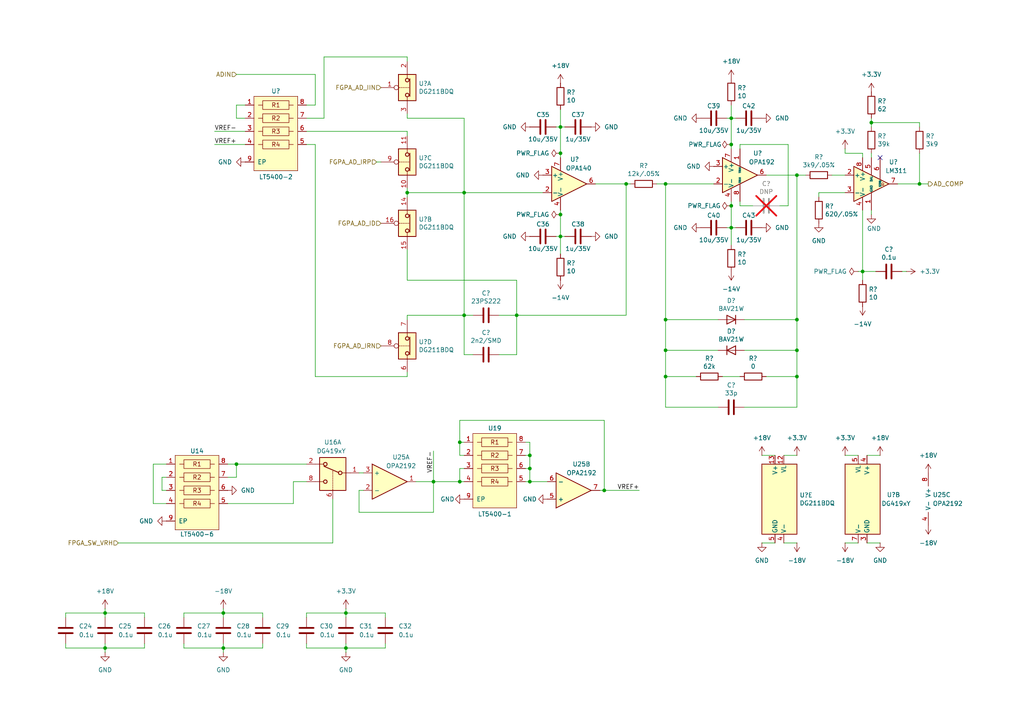
<source format=kicad_sch>
(kicad_sch (version 20250114) (generator "eeschema") (generator_version "9.0")
  (paper "A4")
  (title_block (title "ADC") (date "2020-03-07") (rev "1.00"))
  (lib_symbols
    (symbol "ADC_TEST:DG211" (pin_names (offset 0.254))
      (property "Reference" "U" (at -0.635 5.334 0))
      (property "Value" "DG211" (at -3.175 3.81 0))
      (symbol "DG211_1_1"
        (pin passive line (at -7.62 0 0) (length 2.54) (name "~") (number "2"))
        (pin input inverted (at 0 -7.62 90) (length 5.08) (name "~") (number "1"))
        (pin passive line (at 7.62 0 180) (length 2.54) (name "~") (number "3"))
      )
      (symbol "DG211_2_1"
        (pin passive line (at -7.62 0 0) (length 2.54) (name "~") (number "14"))
        (pin input inverted (at 0 -7.62 90) (length 5.08) (name "~") (number "16"))
        (pin passive line (at 7.62 0 180) (length 2.54) (name "~") (number "15"))
      )
      (symbol "DG211_3_1"
        (pin passive line (at -7.62 0 0) (length 2.54) (name "~") (number "11"))
        (pin input inverted (at 0 -7.62 90) (length 5.08) (name "~") (number "9"))
        (pin passive line (at 7.62 0 180) (length 2.54) (name "~") (number "10"))
      )
      (symbol "DG211_4_1"
        (pin passive line (at -7.62 0 0) (length 2.54) (name "~") (number "7"))
        (pin input inverted (at 0 -7.62 90) (length 5.08) (name "~") (number "8"))
        (pin passive line (at 7.62 0 180) (length 2.54) (name "~") (number "6"))
      )
      (symbol "DG211_5_0"
        (pin power_in line (at 0 12.7 270) (length 2.54) (name "V+") (number "13"))
        (pin power_in line (at 0 -12.7 90) (length 2.54) (name "GND") (number "5"))
        (pin power_in line (at 2.54 -12.7 90) (length 2.54) (name "V-") (number "4"))
      )
      (symbol "DG211_5_1"
        (pin passive line (at 2.54 12.7 270) (length 2.54) (name "VL") (number "12"))
      )
    )
    (symbol "ADC_TEST:LT5400-100k-100k" (pin_names (offset 1.016))
      (property "Reference" "U" (at 0 13.97 0))
      (property "Value" "LT5400-100k-100k" (at 0 11.43 0))
      (symbol "LT5400-100k-100k_0_0"
        (text "R4" (at 0 -3.81 0) (effects (font (size 1.27 1.27))))
      )
      (symbol "LT5400-100k-100k_1_1"
        (text "R1" (at 0 7.62 0) (effects (font (size 1.27 1.27))))
        (text "R2" (at 0 3.81 0) (effects (font (size 1.27 1.27))))
        (text "R3" (at 0 0 0) (effects (font (size 1.27 1.27))))
        (pin passive line (at -8.89 7.62 0) (length 2.54) (name "~") (number "1"))
        (pin passive line (at -8.89 3.81 0) (length 2.54) (name "~") (number "2"))
        (pin passive line (at -8.89 0 0) (length 2.54) (name "~") (number "3"))
        (pin passive line (at -8.89 -3.81 0) (length 2.54) (name "~") (number "4"))
        (pin passive line (at -8.89 -8.89 0) (length 2.54) (name "EP") (number "9"))
        (pin passive line (at 8.89 7.62 180) (length 2.54) (name "~") (number "8"))
        (pin passive line (at 8.89 3.81 180) (length 2.54) (name "~") (number "7"))
        (pin passive line (at 8.89 0 180) (length 2.54) (name "~") (number "6"))
        (pin passive line (at 8.89 -3.81 180) (length 2.54) (name "~") (number "5"))
      )
    )
    (symbol "ADC_TEST:LT5400-10k-10k" (pin_names (offset 1.016))
      (property "Reference" "U" (at 0 13.97 0))
      (property "Value" "LT5400-10k-10k" (at 0 11.43 0))
      (symbol "LT5400-10k-10k_0_0"
        (text "R4" (at 0 -3.81 0) (effects (font (size 1.27 1.27))))
      )
      (symbol "LT5400-10k-10k_1_1"
        (text "R1" (at 0 7.62 0) (effects (font (size 1.27 1.27))))
        (text "R2" (at 0 3.81 0) (effects (font (size 1.27 1.27))))
        (text "R3" (at 0 0 0) (effects (font (size 1.27 1.27))))
        (pin passive line (at -8.89 7.62 0) (length 2.54) (name "~") (number "1"))
        (pin passive line (at -8.89 3.81 0) (length 2.54) (name "~") (number "2"))
        (pin passive line (at -8.89 0 0) (length 2.54) (name "~") (number "3"))
        (pin passive line (at -8.89 -3.81 0) (length 2.54) (name "~") (number "4"))
        (pin passive line (at -8.89 -8.89 0) (length 2.54) (name "EP") (number "9"))
        (pin passive line (at 8.89 7.62 180) (length 2.54) (name "~") (number "8"))
        (pin passive line (at 8.89 3.81 180) (length 2.54) (name "~") (number "7"))
        (pin passive line (at 8.89 0 180) (length 2.54) (name "~") (number "6"))
        (pin passive line (at 8.89 -3.81 180) (length 2.54) (name "~") (number "5"))
      )
    )
    (symbol "ADC_TEST:LT5400-5k-1k" (pin_names (offset 1.016))
      (property "Reference" "U" (at 0 13.97 0))
      (property "Value" "LT5400-5k-1k" (at 0 11.43 0))
      (symbol "LT5400-5k-1k_0_0"
        (text "R4" (at 0 -3.81 0) (effects (font (size 1.27 1.27))))
      )
      (symbol "LT5400-5k-1k_1_1"
        (text "R1" (at 0 7.62 0) (effects (font (size 1.27 1.27))))
        (text "R2" (at 0 3.81 0) (effects (font (size 1.27 1.27))))
        (text "R3" (at 0 0 0) (effects (font (size 1.27 1.27))))
        (pin passive line (at -8.89 7.62 0) (length 2.54) (name "~") (number "1"))
        (pin passive line (at -8.89 3.81 0) (length 2.54) (name "~") (number "2"))
        (pin passive line (at -8.89 0 0) (length 2.54) (name "~") (number "3"))
        (pin passive line (at -8.89 -3.81 0) (length 2.54) (name "~") (number "4"))
        (pin passive line (at -8.89 -8.89 0) (length 2.54) (name "EP") (number "9"))
        (pin passive line (at 8.89 7.62 180) (length 2.54) (name "~") (number "8"))
        (pin passive line (at 8.89 3.81 180) (length 2.54) (name "~") (number "7"))
        (pin passive line (at 8.89 0 180) (length 2.54) (name "~") (number "6"))
        (pin passive line (at 8.89 -3.81 180) (length 2.54) (name "~") (number "5"))
      )
    )
    (symbol "ADC_TEST:OPA140" (pin_names (offset 0.127))
      (property "Reference" "U" (at 0 6.35 0))
      (property "Value" "OPA140" (at 0 3.81 0))
      (symbol "OPA140_1_1"
        (pin input line (at -7.62 2.54 0) (length 2.54) (name "+") (number "3"))
        (pin input line (at -7.62 -2.54 0) (length 2.54) (name "-") (number "2"))
        (pin no_connect non_logic (at -5.08 1.27 180) (length 0) (hide yes) (name "NULL") (number "1"))
        (pin no_connect non_logic (at -5.08 -1.27 180) (length 0) (hide yes) (name "NULL") (number "5"))
        (pin power_in line (at -2.54 7.62 270) (length 3.81) (name "V+") (number "7"))
        (pin power_in line (at -2.54 -7.62 90) (length 3.81) (name "V-") (number "4"))
        (pin no_connect line (at 0 2.54 270) (length 2.54) (hide yes) (name "NC") (number "8"))
        (pin output line (at 7.62 0 180) (length 2.54) (name "~") (number "6"))
      )
    )
    (symbol "ADC_TEST:OPA192" (pin_names (offset 0.127))
      (property "Reference" "U" (at 2.54 6.35 0))
      (property "Value" "OPA192" (at 1.27 3.81 0))
      (symbol "OPA192_1_1"
        (pin input line (at -7.62 2.54 0) (length 2.54) (name "+") (number "3"))
        (pin input line (at -7.62 -2.54 0) (length 2.54) (name "-") (number "2"))
        (pin power_in line (at -2.54 7.62 270) (length 3.81) (name "V+") (number "7"))
        (pin power_in line (at -2.54 -7.62 90) (length 3.81) (name "V-") (number "4"))
        (pin input line (at 0 7.62 270) (length 5.08) (name "TRIM") (number "1"))
        (pin input line (at 0 -7.62 90) (length 5.08) (name "TRIM") (number "8"))
        (pin no_connect non_logic (at 2.54 -1.27 90) (length 0) (hide yes) (name "NC") (number "5"))
        (pin output line (at 7.62 0 180) (length 2.54) (name "~") (number "6"))
      )
    )
    (symbol "Amplifier_Operational:OPA2197xDGK"
      (property "Reference" "U" (at 0 5.08 0))
      (property "Value" "OPA2197xDGK" (at 0 -5.08 0))
      (symbol "OPA2197xDGK_1_1"
        (pin input line (at -7.62 2.54 0) (length 2.54) (name "+") (number "3"))
        (pin input line (at -7.62 -2.54 0) (length 2.54) (name "-") (number "2"))
        (pin output line (at 7.62 0 180) (length 2.54) (name "~") (number "1"))
      )
      (symbol "OPA2197xDGK_2_1"
        (pin input line (at -7.62 2.54 0) (length 2.54) (name "+") (number "5"))
        (pin input line (at -7.62 -2.54 0) (length 2.54) (name "-") (number "6"))
        (pin output line (at 7.62 0 180) (length 2.54) (name "~") (number "7"))
      )
      (symbol "OPA2197xDGK_3_1"
        (pin power_in line (at -2.54 7.62 270) (length 3.81) (name "V+") (number "8"))
        (pin power_in line (at -2.54 -7.62 90) (length 3.81) (name "V-") (number "4"))
      )
    )
    (symbol "Analog_Switch:DG419xY" (pin_names (offset 0.254))
      (property "Reference" "U" (at -3.175 4.699 0))
      (property "Value" "DG419xY" (at -3.175 2.921 0))
      (symbol "DG419xY_1_1"
        (pin passive line (at -7.62 -2.54 0) (length 2.54) (name "~") (number "1"))
        (pin input line (at 0 -10.16 90) (length 2.54) (name "~") (number "6"))
        (pin passive line (at 7.62 0 180) (length 2.54) (name "~") (number "2"))
        (pin passive line (at 7.62 -5.08 180) (length 2.54) (name "~") (number "8"))
      )
      (symbol "DG419xY_2_0"
        (pin power_in line (at 0 12.7 270) (length 2.54) (name "V+") (number "4"))
        (pin power_in line (at 0 -12.7 90) (length 2.54) (name "GND") (number "3"))
        (pin power_in line (at 2.54 12.7 270) (length 2.54) (name "VL") (number "5"))
        (pin power_in line (at 2.54 -12.7 90) (length 2.54) (name "V-") (number "7"))
      )
    )
    (symbol "Comparator:LM311" (pin_names (offset 0.127))
      (property "Reference" "U" (at 3.81 6.35 0))
      (property "Value" "LM311" (at 3.81 3.81 0))
      (symbol "LM311_1_1"
        (pin input line (at -7.62 2.54 0) (length 2.54) (name "+") (number "2"))
        (pin input line (at -7.62 -2.54 0) (length 2.54) (name "-") (number "3"))
        (pin power_in line (at -2.54 7.62 270) (length 3.81) (name "V+") (number "8"))
        (pin power_in line (at -2.54 -7.62 90) (length 3.81) (name "V-") (number "4"))
        (pin input line (at 0 7.62 270) (length 5.08) (name "BAL") (number "5"))
        (pin passive line (at 0 -7.62 90) (length 5.08) (name "GND") (number "1"))
        (pin input line (at 2.54 7.62 270) (length 6.35) (name "STRB") (number "6"))
        (pin open_collector line (at 7.62 0 180) (length 2.54) (name "~") (number "7"))
      )
    )
    (symbol "Device:C" (pin_numbers (hide yes)) (pin_names (offset 0.254))
      (property "Reference" "C" (at 0.635 2.54 0))
      (property "Value" "C" (at 0.635 -2.54 0))
      (symbol "C_1_1"
        (pin passive line (at 0 3.81 270) (length 2.794) (name "~") (number "1"))
        (pin passive line (at 0 -3.81 90) (length 2.794) (name "~") (number "2"))
      )
    )
    (symbol "Device:D" (pin_numbers (hide yes)) (pin_names (offset 1.016) (hide yes))
      (property "Reference" "D" (at 0 2.54 0))
      (property "Value" "D" (at 0 -2.54 0))
      (symbol "D_1_1"
        (pin passive line (at -3.81 0 0) (length 2.54) (name "K") (number "1"))
        (pin passive line (at 3.81 0 180) (length 2.54) (name "A") (number "2"))
      )
    )
    (symbol "Device:R" (pin_numbers (hide yes)) (pin_names (offset 0))
      (property "Reference" "R" (at 2.032 0 90))
      (property "Value" "R" (at 0 0 90))
      (symbol "R_1_1"
        (pin passive line (at 0 3.81 270) (length 1.27) (name "~") (number "1"))
        (pin passive line (at 0 -3.81 90) (length 1.27) (name "~") (number "2"))
      )
    )
    (symbol "MADC_ARTY:+18V" (power) (pin_numbers (hide yes)) (pin_names (offset 0) (hide yes))
      (property "Value" "+18V" (at 0 3.556 0))
      (symbol "+18V_1_1"
        (pin power_in line (at 0 0 90) (length 0) (name "~") (number "1"))
      )
    )
    (symbol "MADC_ARTY:-14V" (power) (pin_numbers (hide yes)) (pin_names (offset 0) (hide yes))
      (property "Value" "-14V" (at 0 3.556 0))
      (symbol "-14V_1_1"
        (pin power_in line (at 0 0 90) (length 0) (name "~") (number "1"))
      )
    )
    (symbol "MADC_ARTY:-18V" (power) (pin_numbers (hide yes)) (pin_names (offset 0) (hide yes))
      (property "Value" "-18V" (at 0 3.556 0))
      (symbol "-18V_1_1"
        (pin power_in line (at 0 0 90) (length 0) (name "~") (number "1"))
      )
    )
    (symbol "power:+3.3V" (power) (pin_numbers (hide yes)) (pin_names (offset 0) (hide yes))
      (property "Value" "+3.3V" (at 0 3.556 0))
      (symbol "+3.3V_1_1"
        (pin power_in line (at 0 0 90) (length 0) (name "~") (number "1"))
      )
    )
    (symbol "power:GND" (power) (pin_numbers (hide yes)) (pin_names (offset 0) (hide yes))
      (property "Value" "GND" (at 0 -3.81 0))
      (symbol "GND_1_1"
        (pin power_in line (at 0 0 270) (length 0) (name "~") (number "1"))
      )
    )
    (symbol "power:PWR_FLAG" (power) (pin_numbers (hide yes)) (pin_names (offset 0) (hide yes))
      (property "Value" "PWR_FLAG" (at 0 3.81 0))
      (symbol "PWR_FLAG_0_0"
        (pin power_out line (at 0 0 90) (length 0) (name "pwr") (number "1"))
      )
    )
  )
  (junction (at 68.58 134.62))
  (junction (at 250.19 78.74))
  (junction (at 64.77 177.8))
  (junction (at 266.7 53.34))
  (junction (at 125.73 139.7))
  (junction (at 231.14 50.8))
  (junction (at 231.14 92.71))
  (junction (at 100.33 187.96))
  (junction (at 149.86 91.44))
  (junction (at 133.35 139.7))
  (junction (at 64.77 187.96))
  (junction (at 162.56 44.45))
  (junction (at 193.04 53.34))
  (junction (at 133.35 128.27))
  (junction (at 181.61 53.34))
  (junction (at 193.04 101.6))
  (junction (at 153.67 139.7))
  (junction (at 193.04 92.71))
  (junction (at 153.67 132.08))
  (junction (at 252.73 35.56))
  (junction (at 212.09 59.69))
  (junction (at 162.56 62.23))
  (junction (at 212.09 66.04))
  (junction (at 231.14 101.6))
  (junction (at 193.04 109.22))
  (junction (at 134.62 55.88))
  (junction (at 212.09 41.91))
  (junction (at 118.11 55.88))
  (junction (at 153.67 135.89))
  (junction (at 175.26 142.24))
  (junction (at 212.09 34.29))
  (junction (at 134.62 91.44))
  (junction (at 162.56 68.58))
  (junction (at 100.33 177.8))
  (junction (at 30.48 177.8))
  (junction (at 231.14 109.22))
  (junction (at 162.56 36.83))
  (junction (at 30.48 187.96))
  (no_connect (at 255.27 45.72))
  (wire (pts (xy 134.62 132.08) (xy 133.35 132.08)))
  (wire (pts (xy 162.56 36.83) (xy 163.83 36.83)))
  (wire (pts (xy 149.86 102.87) (xy 149.86 91.44)))
  (wire (pts (xy 111.76 179.07) (xy 111.76 177.8)))
  (wire (pts (xy 149.86 91.44) (xy 181.61 91.44)))
  (wire (pts (xy 175.26 142.24) (xy 173.99 142.24)))
  (wire (pts (xy 118.11 34.29) (xy 134.62 34.29)))
  (wire (pts (xy 137.16 102.87) (xy 134.62 102.87)))
  (wire (pts (xy 254 78.74) (xy 250.19 78.74)))
  (wire (pts (xy 88.9 139.7) (xy 85.09 139.7)))
  (wire (pts (xy 134.62 91.44) (xy 134.62 55.88)))
  (wire (pts (xy 212.09 41.91) (xy 212.09 34.29)))
  (wire (pts (xy 175.26 121.92) (xy 175.26 142.24)))
  (wire (pts (xy 161.29 36.83) (xy 162.56 36.83)))
  (wire (pts (xy 30.48 187.96) (xy 41.91 187.96)))
  (wire (pts (xy 152.4 135.89) (xy 153.67 135.89)))
  (wire (pts (xy 215.9 92.71) (xy 231.14 92.71)))
  (wire (pts (xy 153.67 128.27) (xy 152.4 128.27)))
  (wire (pts (xy 118.11 109.22) (xy 91.44 109.22)))
  (wire (pts (xy 30.48 186.69) (xy 30.48 187.96)))
  (wire (pts (xy 161.29 68.58) (xy 162.56 68.58)))
  (wire (pts (xy 41.91 187.96) (xy 41.91 186.69)))
  (wire (pts (xy 252.73 35.56) (xy 266.7 35.56)))
  (wire (pts (xy 144.78 102.87) (xy 149.86 102.87)))
  (wire (pts (xy 118.11 107.95) (xy 118.11 109.22)))
  (wire (pts (xy 88.9 38.1) (xy 118.11 38.1)))
  (wire (pts (xy 220.98 132.08) (xy 224.79 132.08)))
  (wire (pts (xy 134.62 55.88) (xy 157.48 55.88)))
  (wire (pts (xy 19.05 187.96) (xy 30.48 187.96)))
  (wire (pts (xy 71.12 41.91) (xy 62.23 41.91)))
  (wire (pts (xy 252.73 62.23) (xy 252.73 60.96)))
  (wire (pts (xy 125.73 139.7) (xy 125.73 130.81)))
  (wire (pts (xy 231.14 50.8) (xy 233.68 50.8)))
  (wire (pts (xy 193.04 53.34) (xy 207.01 53.34)))
  (wire (pts (xy 66.04 138.43) (xy 68.58 138.43)))
  (wire (pts (xy 104.14 142.24) (xy 104.14 148.59)))
  (wire (pts (xy 250.19 81.28) (xy 250.19 78.74)))
  (wire (pts (xy 266.7 53.34) (xy 269.24 53.34)))
  (wire (pts (xy 262.89 78.74) (xy 261.62 78.74)))
  (wire (pts (xy 220.98 157.48) (xy 224.79 157.48)))
  (wire (pts (xy 88.9 41.91) (xy 91.44 41.91)))
  (wire (pts (xy 68.58 134.62) (xy 66.04 134.62)))
  (wire (pts (xy 252.73 45.72) (xy 252.73 44.45)))
  (wire (pts (xy 46.99 138.43) (xy 48.26 138.43)))
  (wire (pts (xy 64.77 176.53) (xy 64.77 177.8)))
  (wire (pts (xy 88.9 187.96) (xy 100.33 187.96)))
  (wire (pts (xy 228.6 59.69) (xy 228.6 41.91)))
  (wire (pts (xy 118.11 92.71) (xy 118.11 91.44)))
  (wire (pts (xy 68.58 138.43) (xy 68.58 134.62)))
  (wire (pts (xy 162.56 62.23) (xy 162.56 68.58)))
  (wire (pts (xy 118.11 55.88) (xy 118.11 54.61)))
  (wire (pts (xy 266.7 44.45) (xy 266.7 53.34)))
  (wire (pts (xy 226.06 59.69) (xy 228.6 59.69)))
  (wire (pts (xy 162.56 60.96) (xy 162.56 62.23)))
  (wire (pts (xy 96.52 157.48) (xy 96.52 144.78)))
  (wire (pts (xy 105.41 142.24) (xy 104.14 142.24)))
  (wire (pts (xy 137.16 91.44) (xy 134.62 91.44)))
  (wire (pts (xy 30.48 177.8) (xy 19.05 177.8)))
  (wire (pts (xy 30.48 176.53) (xy 30.48 177.8)))
  (wire (pts (xy 245.11 132.08) (xy 248.92 132.08)))
  (wire (pts (xy 212.09 34.29) (xy 212.09 30.48)))
  (wire (pts (xy 162.56 36.83) (xy 162.56 44.45)))
  (wire (pts (xy 231.14 132.08) (xy 227.33 132.08)))
  (wire (pts (xy 231.14 50.8) (xy 231.14 92.71)))
  (wire (pts (xy 109.22 46.99) (xy 110.49 46.99)))
  (wire (pts (xy 248.92 78.74) (xy 250.19 78.74)))
  (wire (pts (xy 231.14 109.22) (xy 222.25 109.22)))
  (wire (pts (xy 237.49 55.88) (xy 237.49 57.15)))
  (wire (pts (xy 71.12 30.48) (xy 68.58 30.48)))
  (wire (pts (xy 68.58 34.29) (xy 71.12 34.29)))
  (wire (pts (xy 118.11 33.02) (xy 118.11 34.29)))
  (wire (pts (xy 193.04 109.22) (xy 193.04 101.6)))
  (wire (pts (xy 91.44 41.91) (xy 91.44 109.22)))
  (wire (pts (xy 64.77 187.96) (xy 76.2 187.96)))
  (wire (pts (xy 88.9 177.8) (xy 88.9 179.07)))
  (wire (pts (xy 231.14 101.6) (xy 231.14 109.22)))
  (wire (pts (xy 245.11 44.45) (xy 250.19 44.45)))
  (wire (pts (xy 214.63 41.91) (xy 214.63 43.18)))
  (wire (pts (xy 162.56 68.58) (xy 163.83 68.58)))
  (wire (pts (xy 212.09 59.69) (xy 212.09 66.04)))
  (wire (pts (xy 215.9 118.11) (xy 231.14 118.11)))
  (wire (pts (xy 125.73 148.59) (xy 125.73 139.7)))
  (wire (pts (xy 212.09 66.04) (xy 213.36 66.04)))
  (wire (pts (xy 181.61 53.34) (xy 181.61 91.44)))
  (wire (pts (xy 162.56 68.58) (xy 162.56 73.66)))
  (wire (pts (xy 105.41 137.16) (xy 104.14 137.16)))
  (wire (pts (xy 245.11 50.8) (xy 241.3 50.8)))
  (wire (pts (xy 134.62 135.89) (xy 133.35 135.89)))
  (wire (pts (xy 88.9 30.48) (xy 91.44 30.48)))
  (wire (pts (xy 68.58 30.48) (xy 68.58 34.29)))
  (wire (pts (xy 153.67 132.08) (xy 153.67 135.89)))
  (wire (pts (xy 134.62 55.88) (xy 118.11 55.88)))
  (wire (pts (xy 252.73 36.83) (xy 252.73 35.56)))
  (wire (pts (xy 100.33 177.8) (xy 100.33 179.07)))
  (wire (pts (xy 100.33 176.53) (xy 100.33 177.8)))
  (wire (pts (xy 231.14 92.71) (xy 231.14 101.6)))
  (wire (pts (xy 76.2 177.8) (xy 64.77 177.8)))
  (wire (pts (xy 208.28 101.6) (xy 193.04 101.6)))
  (wire (pts (xy 210.82 34.29) (xy 212.09 34.29)))
  (wire (pts (xy 118.11 91.44) (xy 134.62 91.44)))
  (wire (pts (xy 134.62 139.7) (xy 133.35 139.7)))
  (wire (pts (xy 181.61 53.34) (xy 172.72 53.34)))
  (wire (pts (xy 158.75 139.7) (xy 153.67 139.7)))
  (wire (pts (xy 48.26 142.24) (xy 46.99 142.24)))
  (wire (pts (xy 85.09 146.05) (xy 85.09 139.7)))
  (wire (pts (xy 144.78 91.44) (xy 149.86 91.44)))
  (wire (pts (xy 153.67 128.27) (xy 153.67 132.08)))
  (wire (pts (xy 245.11 43.18) (xy 245.11 44.45)))
  (wire (pts (xy 134.62 34.29) (xy 134.62 55.88)))
  (wire (pts (xy 228.6 41.91) (xy 214.63 41.91)))
  (wire (pts (xy 162.56 31.75) (xy 162.56 36.83)))
  (wire (pts (xy 71.12 38.1) (xy 62.23 38.1)))
  (wire (pts (xy 93.98 34.29) (xy 93.98 16.51)))
  (wire (pts (xy 214.63 109.22) (xy 209.55 109.22)))
  (wire (pts (xy 118.11 38.1) (xy 118.11 39.37)))
  (wire (pts (xy 237.49 55.88) (xy 245.11 55.88)))
  (wire (pts (xy 162.56 44.45) (xy 162.56 45.72)))
  (wire (pts (xy 134.62 102.87) (xy 134.62 91.44)))
  (wire (pts (xy 104.14 148.59) (xy 125.73 148.59)))
  (wire (pts (xy 30.48 177.8) (xy 30.48 179.07)))
  (wire (pts (xy 214.63 59.69) (xy 214.63 58.42)))
  (wire (pts (xy 53.34 187.96) (xy 64.77 187.96)))
  (wire (pts (xy 214.63 59.69) (xy 218.44 59.69)))
  (wire (pts (xy 193.04 53.34) (xy 193.04 92.71)))
  (wire (pts (xy 100.33 187.96) (xy 111.76 187.96)))
  (wire (pts (xy 250.19 60.96) (xy 250.19 78.74)))
  (wire (pts (xy 175.26 142.24) (xy 185.42 142.24)))
  (wire (pts (xy 231.14 50.8) (xy 222.25 50.8)))
  (wire (pts (xy 133.35 128.27) (xy 133.35 121.92)))
  (wire (pts (xy 245.11 157.48) (xy 248.92 157.48)))
  (wire (pts (xy 208.28 118.11) (xy 193.04 118.11)))
  (wire (pts (xy 100.33 177.8) (xy 88.9 177.8)))
  (wire (pts (xy 212.09 71.12) (xy 212.09 66.04)))
  (wire (pts (xy 125.73 139.7) (xy 133.35 139.7)))
  (wire (pts (xy 48.26 134.62) (xy 44.45 134.62)))
  (wire (pts (xy 118.11 81.28) (xy 149.86 81.28)))
  (wire (pts (xy 231.14 109.22) (xy 231.14 118.11)))
  (wire (pts (xy 118.11 57.15) (xy 118.11 55.88)))
  (wire (pts (xy 255.27 157.48) (xy 251.46 157.48)))
  (wire (pts (xy 19.05 177.8) (xy 19.05 179.07)))
  (wire (pts (xy 64.77 186.69) (xy 64.77 187.96)))
  (wire (pts (xy 46.99 142.24) (xy 46.99 138.43)))
  (wire (pts (xy 266.7 53.34) (xy 260.35 53.34)))
  (wire (pts (xy 68.58 134.62) (xy 88.9 134.62)))
  (wire (pts (xy 212.09 43.18) (xy 212.09 41.91)))
  (wire (pts (xy 153.67 135.89) (xy 153.67 139.7)))
  (wire (pts (xy 266.7 35.56) (xy 266.7 36.83)))
  (wire (pts (xy 88.9 34.29) (xy 93.98 34.29)))
  (wire (pts (xy 190.5 53.34) (xy 193.04 53.34)))
  (wire (pts (xy 250.19 44.45) (xy 250.19 45.72)))
  (wire (pts (xy 41.91 179.07) (xy 41.91 177.8)))
  (wire (pts (xy 133.35 135.89) (xy 133.35 139.7)))
  (wire (pts (xy 255.27 132.08) (xy 251.46 132.08)))
  (wire (pts (xy 76.2 187.96) (xy 76.2 186.69)))
  (wire (pts (xy 88.9 186.69) (xy 88.9 187.96)))
  (wire (pts (xy 215.9 101.6) (xy 231.14 101.6)))
  (wire (pts (xy 91.44 21.59) (xy 68.58 21.59)))
  (wire (pts (xy 149.86 91.44) (xy 149.86 81.28)))
  (wire (pts (xy 153.67 139.7) (xy 152.4 139.7)))
  (wire (pts (xy 212.09 34.29) (xy 213.36 34.29)))
  (wire (pts (xy 212.09 59.69) (xy 212.09 58.42)))
  (wire (pts (xy 118.11 72.39) (xy 118.11 81.28)))
  (wire (pts (xy 181.61 53.34) (xy 182.88 53.34)))
  (wire (pts (xy 41.91 177.8) (xy 30.48 177.8)))
  (wire (pts (xy 252.73 34.29) (xy 252.73 35.56)))
  (wire (pts (xy 193.04 109.22) (xy 193.04 118.11)))
  (wire (pts (xy 19.05 186.69) (xy 19.05 187.96)))
  (wire (pts (xy 133.35 132.08) (xy 133.35 128.27)))
  (wire (pts (xy 111.76 187.96) (xy 111.76 186.69)))
  (wire (pts (xy 64.77 177.8) (xy 53.34 177.8)))
  (wire (pts (xy 85.09 146.05) (xy 66.04 146.05)))
  (wire (pts (xy 64.77 177.8) (xy 64.77 179.07)))
  (wire (pts (xy 53.34 177.8) (xy 53.34 179.07)))
  (wire (pts (xy 100.33 187.96) (xy 100.33 189.23)))
  (wire (pts (xy 111.76 177.8) (xy 100.33 177.8)))
  (wire (pts (xy 91.44 30.48) (xy 91.44 21.59)))
  (wire (pts (xy 133.35 121.92) (xy 175.26 121.92)))
  (wire (pts (xy 201.93 109.22) (xy 193.04 109.22)))
  (wire (pts (xy 44.45 134.62) (xy 44.45 146.05)))
  (wire (pts (xy 193.04 101.6) (xy 193.04 92.71)))
  (wire (pts (xy 210.82 66.04) (xy 212.09 66.04)))
  (wire (pts (xy 100.33 186.69) (xy 100.33 187.96)))
  (wire (pts (xy 152.4 132.08) (xy 153.67 132.08)))
  (wire (pts (xy 133.35 128.27) (xy 134.62 128.27)))
  (wire (pts (xy 93.98 16.51) (xy 118.11 16.51)))
  (wire (pts (xy 64.77 187.96) (xy 64.77 189.23)))
  (wire (pts (xy 44.45 146.05) (xy 48.26 146.05)))
  (wire (pts (xy 118.11 16.51) (xy 118.11 17.78)))
  (wire (pts (xy 193.04 92.71) (xy 208.28 92.71)))
  (wire (pts (xy 53.34 186.69) (xy 53.34 187.96)))
  (wire (pts (xy 76.2 179.07) (xy 76.2 177.8)))
  (wire (pts (xy 30.48 187.96) (xy 30.48 189.23)))
  (wire (pts (xy 120.65 139.7) (xy 125.73 139.7)))
  (wire (pts (xy 34.29 157.48) (xy 96.52 157.48)))
  (wire (pts (xy 231.14 157.48) (xy 227.33 157.48)))
  (label "VREF+" (at 62.23 41.91 0))
  (label "VREF-" (at 62.23 38.1 0))
  (label "VREF-" (at 125.73 130.81 270))
  (label "VREF+" (at 185.42 142.24 180))
  (hierarchical_label "FGPA_AD_IRP" (shape input) (at 109.22 46.99 180))
  (hierarchical_label "FPGA_SW_VRH" (shape input) (at 34.29 157.48 180))
  (hierarchical_label "FGPA_AD_ID" (shape input) (at 110.49 64.77 180))
  (hierarchical_label "AD_COMP" (shape output) (at 269.24 53.34 0))
  (hierarchical_label "FGPA_AD_IIN" (shape input) (at 110.49 25.4 180))
  (hierarchical_label "ADIN" (shape input) (at 68.58 21.59 180))
  (hierarchical_label "FGPA_AD_IRN" (shape input) (at 110.49 100.33 180))
  (symbol (lib_id "ADC_TEST:LT5400-100k-100k") (at 80.01 38.1 0) (unit 1)
    (property "Reference" "U15" (at 80.01 26.416 0))
    (property "Value" "LT5400-2" (at 80.01 51.308 0))
    (property "Footprint" "Package_SO:MSOP-8-1EP_3x3mm_P0.65mm_EP1.73x1.85mm_ThermalVias" (effects (hide yes)))
    (instances (project "ADC_Test" (path "" (reference "U?") (unit 1))) (project "MADC_ARTY" (path "" (reference "U15") (unit 1))))
  )
  (symbol (lib_id "ADC_TEST:DG211") (at 118.11 64.77 270) (unit 2)
    (property "Reference" "U18" (at 121.412 63.6016 90) (effects (justify left)))
    (property "Value" "DG211BDQ" (at 121.412 65.913 90) (effects (justify left)))
    (property "Footprint" "Package_SO:SOIC-16_3.9x9.9mm_P1.27mm" (effects (hide yes)))
    (property "Datasheet" "http://pdf.datasheetcatalog.com/datasheets/70/494502_DS.pdf" (effects (hide yes)))
    (instances (project "ADC_Test" (path "" (reference "U?") (unit 2))) (project "MADC_ARTY" (path "" (reference "U18") (unit 2))))
  )
  (symbol (lib_id "ADC_TEST:DG211") (at 118.11 46.99 270) (unit 3)
    (property "Reference" "U18" (at 121.412 45.8216 90) (effects (justify left)))
    (property "Value" "DG211BDQ" (at 121.412 48.133 90) (effects (justify left)))
    (property "Footprint" "Package_SO:SOIC-16_3.9x9.9mm_P1.27mm" (effects (hide yes)))
    (property "Datasheet" "http://pdf.datasheetcatalog.com/datasheets/70/494502_DS.pdf" (effects (hide yes)))
    (instances (project "ADC_Test" (path "" (reference "U?") (unit 3))) (project "MADC_ARTY" (path "" (reference "U18") (unit 3))))
  )
  (symbol (lib_id "ADC_TEST:DG211") (at 118.11 100.33 270) (unit 4)
    (property "Reference" "U18" (at 121.412 99.1616 90) (effects (justify left)))
    (property "Value" "DG211BDQ" (at 121.412 101.473 90) (effects (justify left)))
    (property "Footprint" "Package_SO:SOIC-16_3.9x9.9mm_P1.27mm" (effects (hide yes)))
    (property "Datasheet" "http://pdf.datasheetcatalog.com/datasheets/70/494502_DS.pdf" (effects (hide yes)))
    (instances (project "ADC_Test" (path "" (reference "U?") (unit 4))) (project "MADC_ARTY" (path "" (reference "U18") (unit 4))))
  )
  (symbol (lib_id "ADC_TEST:DG211") (at 224.79 144.78 0) (unit 5)
    (property "Reference" "U18" (at 231.902 143.6116 0) (effects (justify left)))
    (property "Value" "DG211BDQ" (at 231.902 145.923 0) (effects (justify left)))
    (property "Footprint" "Package_SO:SOIC-16_3.9x9.9mm_P1.27mm" (effects (hide yes)))
    (property "Datasheet" "http://pdf.datasheetcatalog.com/datasheets/70/494502_DS.pdf" (effects (hide yes)))
    (instances (project "ADC_Test" (path "" (reference "U?") (unit 5))) (project "MADC_ARTY" (path "" (reference "U18") (unit 5))))
  )
  (symbol (lib_id "ADC_TEST:DG211") (at 118.11 25.4 270) (unit 1)
    (property "Reference" "U18" (at 121.412 24.2316 90) (effects (justify left)))
    (property "Value" "DG211BDQ" (at 121.412 26.543 90) (effects (justify left)))
    (property "Footprint" "Package_SO:SOIC-16_3.9x9.9mm_P1.27mm" (effects (hide yes)))
    (property "Datasheet" "http://pdf.datasheetcatalog.com/datasheets/70/494502_DS.pdf" (effects (hide yes)))
    (instances (project "ADC_Test" (path "" (reference "U?") (unit 1))) (project "MADC_ARTY" (path "" (reference "U18") (unit 1))))
  )
  (symbol (lib_id "Device:C") (at 140.97 91.44 270) (unit 1)
    (property "Reference" "C33" (at 140.97 85.0392 90))
    (property "Value" "23PS222" (at 140.97 87.3506 90))
    (property "Footprint" "Capacitor_THT:C_Axial_L12.0mm_D6.5mm_P15.00mm_Horizontal" (effects (hide yes)))
    (instances (project "ADC_Test" (path "" (reference "C?") (unit 1))) (project "MADC_ARTY" (path "" (reference "C33") (unit 1))))
  )
  (symbol (lib_id "Analog_Switch:DG419xY") (at 251.46 144.78 0) (mirror y) (unit 2)
    (property "Reference" "U16" (at 261.112 143.51 0) (effects (justify left)))
    (property "Value" "DG419xY" (at 264.16 146.05 0) (effects (justify left)))
    (property "Footprint" "Package_SO:SOIC-8_3.9x4.9mm_P1.27mm" (effects (hide yes)))
    (property "Datasheet" "https://datasheets.maximintegrated.com/en/ds/DG417-DG419.pdf" (effects (hide yes)))
    (instances (project "ADC_Test" (path "" (reference "U?") (unit 2))) (project "MADC_ARTY" (path "" (reference "U16") (unit 2))))
  )
  (symbol (lib_id "power:PWR_FLAG") (at 162.56 44.45 90) (unit 1)
    (property "Reference" "#FLG01" (effects (hide yes)))
    (property "Value" "PWR_FLAG" (at 159.3342 44.45 90) (effects (justify left)))
    (instances (project "ADC_Test" (path "" (reference "#FLG?") (unit 1))) (project "MADC_ARTY" (path "" (reference "#FLG01") (unit 1))))
  )
  (symbol (lib_id "power:PWR_FLAG") (at 162.56 62.23 90) (mirror x) (unit 1)
    (property "Reference" "#FLG02" (effects (hide yes)))
    (property "Value" "PWR_FLAG" (at 159.3342 62.23 90) (effects (justify left)))
    (instances (project "ADC_Test" (path "" (reference "#FLG?") (unit 1))) (project "MADC_ARTY" (path "" (reference "#FLG02") (unit 1))))
  )
  (symbol (lib_id "power:PWR_FLAG") (at 212.09 59.69 90) (mirror x) (unit 1)
    (property "Reference" "#FLG04" (effects (hide yes)))
    (property "Value" "PWR_FLAG" (at 209.042 59.69 90) (effects (justify left)))
    (instances (project "ADC_Test" (path "" (reference "#FLG?") (unit 1))) (project "MADC_ARTY" (path "" (reference "#FLG04") (unit 1))))
  )
  (symbol (lib_id "power:PWR_FLAG") (at 212.09 41.91 90) (mirror x) (unit 1)
    (property "Reference" "#FLG03" (effects (hide yes)))
    (property "Value" "PWR_FLAG" (at 209.296 41.91 90) (effects (justify left)))
    (instances (project "ADC_Test" (path "" (reference "#FLG?") (unit 1))) (project "MADC_ARTY" (path "" (reference "#FLG03") (unit 1))))
  )
  (symbol (lib_id "power:PWR_FLAG") (at 248.92 78.74 90) (mirror x) (unit 1)
    (property "Reference" "#FLG05" (effects (hide yes)))
    (property "Value" "PWR_FLAG" (at 245.618 78.74 90) (effects (justify left)))
    (instances (project "ADC_Test" (path "" (reference "#FLG?") (unit 1))) (project "MADC_ARTY" (path "" (reference "#FLG05") (unit 1))))
  )
  (symbol (lib_id "Device:C") (at 140.97 102.87 270) (unit 1)
    (property "Reference" "C34" (at 140.97 96.4692 90))
    (property "Value" "2n2/SMD" (at 140.97 98.7806 90))
    (property "Footprint" "Capacitor_SMD:C_0603_1608Metric" (effects (hide yes)))
    (instances (project "ADC_Test" (path "" (reference "C?") (unit 1))) (project "MADC_ARTY" (path "" (reference "C34") (unit 1))))
  )
  (symbol (lib_id "Device:R") (at 218.44 109.22 270) (unit 1)
    (property "Reference" "R30" (at 218.44 103.9622 90))
    (property "Value" "0" (at 218.44 106.2736 90))
    (property "Footprint" "Resistor_SMD:R_0603_1608Metric" (effects (hide yes)))
    (instances (project "ADC_Test" (path "" (reference "R?") (unit 1))) (project "MADC_ARTY" (path "" (reference "R30") (unit 1))))
  )
  (symbol (lib_id "ADC_TEST:OPA140") (at 165.1 53.34 0) (unit 1)
    (property "Reference" "U20" (at 165.354 46.228 0) (effects (justify left)))
    (property "Value" "OPA140" (at 164.084 48.768 0) (effects (justify left)))
    (property "Footprint" "Package_SO:SOIC-8_3.9x4.9mm_P1.27mm" (effects (hide yes)))
    (instances (project "ADC_Test" (path "" (reference "U?") (unit 1))) (project "MADC_ARTY" (path "" (reference "U20") (unit 1))))
  )
  (symbol (lib_id "Device:R") (at 162.56 27.94 0) (unit 1)
    (property "Reference" "R24" (at 164.338 26.7716 0) (effects (justify left)))
    (property "Value" "10" (at 164.338 29.083 0) (effects (justify left)))
    (property "Footprint" "Resistor_SMD:R_0603_1608Metric" (effects (hide yes)))
    (instances (project "ADC_Test" (path "" (reference "R?") (unit 1))) (project "MADC_ARTY" (path "" (reference "R24") (unit 1))))
  )
  (symbol (lib_id "Device:R") (at 162.56 77.47 0) (unit 1)
    (property "Reference" "R25" (at 164.338 76.3016 0) (effects (justify left)))
    (property "Value" "10" (at 164.338 78.613 0) (effects (justify left)))
    (property "Footprint" "Resistor_SMD:R_0603_1608Metric" (effects (hide yes)))
    (instances (project "ADC_Test" (path "" (reference "R?") (unit 1))) (project "MADC_ARTY" (path "" (reference "R25") (unit 1))))
  )
  (symbol (lib_id "Device:R") (at 186.69 53.34 270) (unit 1)
    (property "Reference" "R26" (at 186.69 48.0822 90))
    (property "Value" "12k/.05%" (at 186.69 50.3936 90))
    (property "Footprint" "Resistor_SMD:R_0603_1608Metric" (effects (hide yes)))
    (instances (project "ADC_Test" (path "" (reference "R?") (unit 1))) (project "MADC_ARTY" (path "" (reference "R26") (unit 1))))
  )
  (symbol (lib_id "ADC_TEST:OPA192") (at 214.63 50.8 0) (unit 1)
    (property "Reference" "U21" (at 218.44 44.45 0) (effects (justify left)))
    (property "Value" "OPA192" (at 217.17 46.99 0) (effects (justify left)))
    (property "Footprint" "Package_SO:SOIC-8_3.9x4.9mm_P1.27mm" (effects (hide yes)))
    (instances (project "ADC_Test" (path "" (reference "U?") (unit 1))) (project "MADC_ARTY" (path "" (reference "U21") (unit 1))))
  )
  (symbol (lib_id "Device:C") (at 222.25 59.69 270) (unit 1) (in_bom no) (dnp yes)
    (property "Reference" "C44" (at 222.25 53.2892 90))
    (property "Value" "DNP" (at 222.25 55.6006 90))
    (property "Footprint" "Capacitor_SMD:C_0603_1608Metric" (effects (hide yes)))
    (instances (project "ADC_Test" (path "" (reference "C?") (unit 1))) (project "MADC_ARTY" (path "" (reference "C44") (unit 1))))
  )
  (symbol (lib_id "Device:D") (at 212.09 92.71 180) (unit 1)
    (property "Reference" "D2" (at 212.09 87.1982 0))
    (property "Value" "BAV21W" (at 212.09 89.5096 0))
    (property "Footprint" "Diode_SMD:D_SOD-123" (effects (hide yes)))
    (instances (project "ADC_Test" (path "" (reference "D?") (unit 1))) (project "MADC_ARTY" (path "" (reference "D2") (unit 1))))
  )
  (symbol (lib_id "Device:D") (at 212.09 101.6 0) (unit 1)
    (property "Reference" "D3" (at 212.09 96.0882 0))
    (property "Value" "BAV21W" (at 212.09 98.3996 0))
    (property "Footprint" "Diode_SMD:D_SOD-123" (effects (hide yes)))
    (instances (project "ADC_Test" (path "" (reference "D?") (unit 1))) (project "MADC_ARTY" (path "" (reference "D3") (unit 1))))
  )
  (symbol (lib_id "Device:R") (at 205.74 109.22 270) (unit 1)
    (property "Reference" "R27" (at 205.74 103.9622 90))
    (property "Value" "62k" (at 205.74 106.2736 90))
    (property "Footprint" "Resistor_SMD:R_0603_1608Metric" (effects (hide yes)))
    (instances (project "ADC_Test" (path "" (reference "R?") (unit 1))) (project "MADC_ARTY" (path "" (reference "R27") (unit 1))))
  )
  (symbol (lib_id "Device:C") (at 212.09 118.11 270) (unit 1)
    (property "Reference" "C41" (at 212.09 111.7092 90))
    (property "Value" "33p" (at 212.09 114.0206 90))
    (property "Footprint" "Capacitor_SMD:C_0603_1608Metric" (effects (hide yes)))
    (instances (project "ADC_Test" (path "" (reference "C?") (unit 1))) (project "MADC_ARTY" (path "" (reference "C41") (unit 1))))
  )
  (symbol (lib_id "Device:R") (at 212.09 74.93 0) (unit 1)
    (property "Reference" "R29" (at 213.868 73.7616 0) (effects (justify left)))
    (property "Value" "10" (at 213.868 76.073 0) (effects (justify left)))
    (property "Footprint" "Resistor_SMD:R_0603_1608Metric" (effects (hide yes)))
    (instances (project "ADC_Test" (path "" (reference "R?") (unit 1))) (project "MADC_ARTY" (path "" (reference "R29") (unit 1))))
  )
  (symbol (lib_id "Device:R") (at 212.09 26.67 0) (unit 1)
    (property "Reference" "R28" (at 213.868 25.5016 0) (effects (justify left)))
    (property "Value" "10" (at 213.868 27.813 0) (effects (justify left)))
    (property "Footprint" "Resistor_SMD:R_0603_1608Metric" (effects (hide yes)))
    (instances (project "ADC_Test" (path "" (reference "R?") (unit 1))) (project "MADC_ARTY" (path "" (reference "R28") (unit 1))))
  )
  (symbol (lib_id "Device:R") (at 237.49 50.8 270) (unit 1)
    (property "Reference" "R31" (at 237.49 45.5422 90))
    (property "Value" "3k9/.05%" (at 237.49 47.8536 90))
    (property "Footprint" "Resistor_SMD:R_0603_1608Metric" (effects (hide yes)))
    (instances (project "ADC_Test" (path "" (reference "R?") (unit 1))) (project "MADC_ARTY" (path "" (reference "R31") (unit 1))))
  )
  (symbol (lib_id "Comparator:LM311") (at 252.73 53.34 0) (unit 1)
    (property "Reference" "U22" (at 257.81 46.99 0) (effects (justify left)))
    (property "Value" "LM311" (at 256.794 49.53 0) (effects (justify left)))
    (property "Footprint" "Package_SO:SOIC-8_3.9x4.9mm_P1.27mm" (effects (hide yes)))
    (property "Datasheet" "https://www.st.com/resource/en/datasheet/lm311.pdf" (effects (hide yes)))
    (instances (project "ADC_Test" (path "" (reference "U?") (unit 1))) (project "MADC_ARTY" (path "" (reference "U22") (unit 1))))
  )
  (symbol (lib_id "Device:R") (at 237.49 60.96 0) (unit 1)
    (property "Reference" "R32" (at 239.268 59.7916 0) (effects (justify left)))
    (property "Value" "620/.05%" (at 239.268 62.103 0) (effects (justify left)))
    (property "Footprint" "Resistor_SMD:R_0603_1608Metric" (effects (hide yes)))
    (instances (project "ADC_Test" (path "" (reference "R?") (unit 1))) (project "MADC_ARTY" (path "" (reference "R32") (unit 1))))
  )
  (symbol (lib_id "Device:R") (at 250.19 85.09 0) (unit 1)
    (property "Reference" "R33" (at 251.968 83.9216 0) (effects (justify left)))
    (property "Value" "10" (at 251.968 86.233 0) (effects (justify left)))
    (property "Footprint" "Resistor_SMD:R_0603_1608Metric" (effects (hide yes)))
    (instances (project "ADC_Test" (path "" (reference "R?") (unit 1))) (project "MADC_ARTY" (path "" (reference "R33") (unit 1))))
  )
  (symbol (lib_id "Device:C") (at 257.81 78.74 270) (unit 1)
    (property "Reference" "C45" (at 257.81 72.3392 90))
    (property "Value" "0.1u" (at 257.81 74.6506 90))
    (property "Footprint" "Capacitor_SMD:C_0603_1608Metric" (effects (hide yes)))
    (instances (project "ADC_Test" (path "" (reference "C?") (unit 1))) (project "MADC_ARTY" (path "" (reference "C45") (unit 1))))
  )
  (symbol (lib_id "Device:R") (at 252.73 40.64 0) (unit 1)
    (property "Reference" "R35" (at 254.508 39.4716 0) (effects (justify left)))
    (property "Value" "39k" (at 254.508 41.783 0) (effects (justify left)))
    (property "Footprint" "Resistor_SMD:R_0603_1608Metric" (effects (hide yes)))
    (instances (project "ADC_Test" (path "" (reference "R?") (unit 1))) (project "MADC_ARTY" (path "" (reference "R35") (unit 1))))
  )
  (symbol (lib_id "Device:R") (at 252.73 30.48 0) (unit 1)
    (property "Reference" "R34" (at 254.508 29.3116 0) (effects (justify left)))
    (property "Value" "62" (at 254.508 31.623 0) (effects (justify left)))
    (property "Footprint" "Resistor_SMD:R_0603_1608Metric" (effects (hide yes)))
    (instances (project "ADC_Test" (path "" (reference "R?") (unit 1))) (project "MADC_ARTY" (path "" (reference "R34") (unit 1))))
  )
  (symbol (lib_id "Device:R") (at 266.7 40.64 0) (unit 1)
    (property "Reference" "R36" (at 268.478 39.4716 0) (effects (justify left)))
    (property "Value" "3k9" (at 268.478 41.783 0) (effects (justify left)))
    (property "Footprint" "Resistor_SMD:R_0603_1608Metric" (effects (hide yes)))
    (instances (project "ADC_Test" (path "" (reference "R?") (unit 1))) (project "MADC_ARTY" (path "" (reference "R36") (unit 1))))
  )
  (symbol (lib_id "Device:C") (at 76.2 182.88 0) (unit 1)
    (property "Reference" "C29" (at 80.01 181.6099 0) (effects (justify left)))
    (property "Value" "0.1u" (at 80.01 184.1499 0) (effects (justify left)))
    (property "Footprint" "Capacitor_SMD:C_0603_1608Metric" (effects (hide yes)))
    (property "Description" "Unpolarized capacitor" (effects (hide yes)))
  )
  (symbol (lib_id "Analog_Switch:DG419xY") (at 96.52 134.62 0) (mirror y) (unit 1)
    (property "Reference" "U16" (at 99.06 128.27 0) (effects (justify left)))
    (property "Value" "DG419xY" (at 100.33 130.81 0) (effects (justify left)))
    (property "Footprint" "Package_SO:SOIC-8_3.9x4.9mm_P1.27mm" (effects (hide yes)))
    (property "Datasheet" "https://datasheets.maximintegrated.com/en/ds/DG417-DG419.pdf" (effects (hide yes)))
  )
  (symbol (lib_id "Device:C") (at 111.76 182.88 0) (unit 1)
    (property "Reference" "C32" (at 115.57 181.6099 0) (effects (justify left)))
    (property "Value" "0.1u" (at 115.57 184.1499 0) (effects (justify left)))
    (property "Footprint" "Capacitor_SMD:C_0603_1608Metric" (effects (hide yes)))
    (property "Description" "Unpolarized capacitor" (effects (hide yes)))
  )
  (symbol (lib_id "power:GND") (at 100.33 189.23 0) (unit 1)
    (property "Reference" "#PWR069" (effects (hide yes)))
    (property "Value" "GND" (at 100.33 194.31 0))
    (property "Description" "Power symbol creates a global label with name \"GND\" , ground" (effects (hide yes)))
  )
  (symbol (lib_id "power:+3.3V") (at 252.73 26.67 0) (unit 1)
    (property "Reference" "#PWR095" (effects (hide yes)))
    (property "Value" "+3.3V" (at 252.73 21.59 0))
    (property "Description" "Power symbol creates a global label with name \"+3.3V\"" (effects (hide yes)))
  )
  (symbol (lib_id "power:GND") (at 158.75 144.78 270) (unit 1)
    (property "Reference" "#PWR073" (effects (hide yes)))
    (property "Value" "GND" (at 155.702 144.78 90) (effects (justify right)))
    (property "Description" "Power symbol creates a global label with name \"GND\" , ground" (effects (hide yes)))
  )
  (symbol (lib_id "MADC_ARTY:-18V") (at 245.11 157.48 180) (unit 1)
    (property "Reference" "#PWR093" (effects (hide yes)))
    (property "Value" "-18V" (at 245.11 162.56 0))
    (property "Description" "Power symbol creates a global label" (effects (hide yes)))
  )
  (symbol (lib_id "Device:C") (at 64.77 182.88 0) (unit 1)
    (property "Reference" "C28" (at 68.58 181.6099 0) (effects (justify left)))
    (property "Value" "0.1u" (at 68.58 184.1499 0) (effects (justify left)))
    (property "Footprint" "Capacitor_SMD:C_0603_1608Metric" (effects (hide yes)))
    (property "Description" "Unpolarized capacitor" (effects (hide yes)))
  )
  (symbol (lib_id "power:GND") (at 171.45 68.58 90) (unit 1)
    (property "Reference" "#PWR078" (effects (hide yes)))
    (property "Value" "GND" (at 175.26 68.5799 90) (effects (justify right)))
    (property "Description" "Power symbol creates a global label with name \"GND\" , ground" (effects (hide yes)))
  )
  (symbol (lib_id "Amplifier_Operational:OPA2197xDGK") (at 271.78 144.78 0) (unit 3)
    (property "Reference" "U25" (at 270.51 143.5099 0) (effects (justify left)))
    (property "Value" "OPA2192" (at 270.51 146.0499 0) (effects (justify left)))
    (property "Footprint" "Package_SO:VSSOP-8_3x3mm_P0.65mm" (effects (hide yes)))
    (property "Datasheet" "http://www.ti.com/lit/ds/symlink/opa2197.pdf" (effects (hide yes)))
    (property "Description" "Dual 36V, Precision, Rail-to-Rail Input/Output, Low Offset Voltage, Operational Amplifier, VSSOP-8" (effects (hide yes)))
  )
  (symbol (lib_id "MADC_ARTY:-14V") (at 250.19 88.9 180) (unit 1)
    (property "Reference" "#PWR094" (effects (hide yes)))
    (property "Value" "-14V" (at 250.19 93.98 0))
    (property "Description" "Power symbol creates a global label" (effects (hide yes)))
  )
  (symbol (lib_id "power:GND") (at 153.67 68.58 270) (unit 1)
    (property "Reference" "#PWR072" (effects (hide yes)))
    (property "Value" "GND" (at 149.86 68.5799 90) (effects (justify right)))
    (property "Description" "Power symbol creates a global label with name \"GND\" , ground" (effects (hide yes)))
  )
  (symbol (lib_id "Device:C") (at 100.33 182.88 0) (unit 1)
    (property "Reference" "C31" (at 104.14 181.6099 0) (effects (justify left)))
    (property "Value" "0.1u" (at 104.14 184.1499 0) (effects (justify left)))
    (property "Footprint" "Capacitor_SMD:C_0603_1608Metric" (effects (hide yes)))
    (property "Description" "Unpolarized capacitor" (effects (hide yes)))
  )
  (symbol (lib_id "MADC_ARTY:-14V") (at 212.09 78.74 180) (unit 1)
    (property "Reference" "#PWR083" (effects (hide yes)))
    (property "Value" "-14V" (at 212.09 83.82 0))
    (property "Description" "Power symbol creates a global label" (effects (hide yes)))
  )
  (symbol (lib_id "Device:C") (at 167.64 68.58 90) (unit 1)
    (property "Reference" "C38" (at 167.64 65.024 90))
    (property "Value" "1u/35V" (at 167.64 72.136 90))
    (property "Footprint" "Capacitor_SMD:C_0603_1608Metric" (effects (hide yes)))
    (property "Description" "Unpolarized capacitor" (effects (hide yes)))
  )
  (symbol (lib_id "Amplifier_Operational:OPA2197xDGK") (at 166.37 142.24 0) (mirror x) (unit 2)
    (property "Reference" "U25" (at 168.656 134.62 0))
    (property "Value" "OPA2192" (at 168.656 137.16 0))
    (property "Footprint" "Package_SO:VSSOP-8_3x3mm_P0.65mm" (effects (hide yes)))
    (property "Datasheet" "http://www.ti.com/lit/ds/symlink/opa2197.pdf" (effects (hide yes)))
    (property "Description" "Dual 36V, Precision, Rail-to-Rail Input/Output, Low Offset Voltage, Operational Amplifier, VSSOP-8" (effects (hide yes)))
  )
  (symbol (lib_id "power:+3.3V") (at 262.89 78.74 270) (unit 1)
    (property "Reference" "#PWR099" (effects (hide yes)))
    (property "Value" "+3.3V" (at 266.7 78.7399 90) (effects (justify left)))
    (property "Description" "Power symbol creates a global label with name \"+3.3V\"" (effects (hide yes)))
  )
  (symbol (lib_id "MADC_ARTY:+18V") (at 255.27 132.08 0) (unit 1)
    (property "Reference" "#PWR097" (effects (hide yes)))
    (property "Value" "+18V" (at 255.27 127 0))
    (property "Description" "Power symbol creates a global label" (effects (hide yes)))
  )
  (symbol (lib_id "power:GND") (at 48.26 151.13 270) (unit 1)
    (property "Reference" "#PWR063" (effects (hide yes)))
    (property "Value" "GND" (at 44.45 151.1299 90) (effects (justify right)))
    (property "Description" "Power symbol creates a global label with name \"GND\" , ground" (effects (hide yes)))
  )
  (symbol (lib_id "Device:C") (at 217.17 66.04 90) (unit 1)
    (property "Reference" "C43" (at 217.17 62.484 90))
    (property "Value" "1u/35V" (at 217.17 69.596 90))
    (property "Footprint" "Capacitor_SMD:C_0603_1608Metric" (effects (hide yes)))
    (property "Description" "Unpolarized capacitor" (effects (hide yes)))
  )
  (symbol (lib_id "Device:C") (at 167.64 36.83 90) (unit 1)
    (property "Reference" "C37" (at 167.64 33.274 90))
    (property "Value" "1u/35V" (at 167.64 40.386 90))
    (property "Footprint" "Capacitor_SMD:C_0603_1608Metric" (effects (hide yes)))
    (property "Description" "Unpolarized capacitor" (effects (hide yes)))
  )
  (symbol (lib_id "power:+3.3V") (at 245.11 132.08 0) (unit 1)
    (property "Reference" "#PWR092" (effects (hide yes)))
    (property "Value" "+3.3V" (at 245.11 127 0))
    (property "Description" "Power symbol creates a global label with name \"+3.3V\"" (effects (hide yes)))
  )
  (symbol (lib_id "MADC_ARTY:-18V") (at 231.14 157.48 180) (unit 1)
    (property "Reference" "#PWR089" (effects (hide yes)))
    (property "Value" "-18V" (at 231.14 162.56 0))
    (property "Description" "Power symbol creates a global label" (effects (hide yes)))
  )
  (symbol (lib_id "power:GND") (at 203.2 66.04 270) (unit 1)
    (property "Reference" "#PWR080" (effects (hide yes)))
    (property "Value" "GND" (at 199.39 66.0399 90) (effects (justify right)))
    (property "Description" "Power symbol creates a global label with name \"GND\" , ground" (effects (hide yes)))
  )
  (symbol (lib_id "power:GND") (at 64.77 189.23 0) (unit 1)
    (property "Reference" "#PWR065" (effects (hide yes)))
    (property "Value" "GND" (at 64.77 194.31 0))
    (property "Description" "Power symbol creates a global label with name \"GND\" , ground" (effects (hide yes)))
  )
  (symbol (lib_id "Device:C") (at 157.48 36.83 90) (unit 1)
    (property "Reference" "C35" (at 157.48 33.274 90))
    (property "Value" "10u/35V" (at 157.48 40.386 90))
    (property "Footprint" "Capacitor_SMD:C_0805_2012Metric" (effects (hide yes)))
    (property "Description" "Unpolarized capacitor" (effects (hide yes)))
  )
  (symbol (lib_id "power:GND") (at 171.45 36.83 90) (unit 1)
    (property "Reference" "#PWR077" (effects (hide yes)))
    (property "Value" "GND" (at 175.26 36.8299 90) (effects (justify right)))
    (property "Description" "Power symbol creates a global label with name \"GND\" , ground" (effects (hide yes)))
  )
  (symbol (lib_id "power:GND") (at 237.49 64.77 0) (unit 1)
    (property "Reference" "#PWR090" (effects (hide yes)))
    (property "Value" "GND" (at 237.49 69.85 0))
    (property "Description" "Power symbol creates a global label with name \"GND\" , ground" (effects (hide yes)))
  )
  (symbol (lib_id "Amplifier_Operational:OPA2197xDGK") (at 113.03 139.7 0) (unit 1)
    (property "Reference" "U25" (at 116.332 132.588 0))
    (property "Value" "OPA2192" (at 116.332 135.128 0))
    (property "Footprint" "Package_SO:VSSOP-8_3x3mm_P0.65mm" (effects (hide yes)))
    (property "Datasheet" "http://www.ti.com/lit/ds/symlink/opa2197.pdf" (effects (hide yes)))
    (property "Description" "Dual 36V, Precision, Rail-to-Rail Input/Output, Low Offset Voltage, Operational Amplifier, VSSOP-8" (effects (hide yes)))
  )
  (symbol (lib_id "MADC_ARTY:+18V") (at 269.24 137.16 0) (unit 1)
    (property "Reference" "#PWR0100" (effects (hide yes)))
    (property "Value" "+18V" (at 269.24 132.08 0))
    (property "Description" "Power symbol creates a global label" (effects (hide yes)))
  )
  (symbol (lib_id "MADC_ARTY:-18V") (at 269.24 152.4 180) (unit 1)
    (property "Reference" "#PWR0101" (effects (hide yes)))
    (property "Value" "-18V" (at 269.24 157.48 0))
    (property "Description" "Power symbol creates a global label" (effects (hide yes)))
  )
  (symbol (lib_id "Device:C") (at 217.17 34.29 90) (unit 1)
    (property "Reference" "C42" (at 217.17 30.734 90))
    (property "Value" "1u/35V" (at 217.17 37.846 90))
    (property "Footprint" "Capacitor_SMD:C_0603_1608Metric" (effects (hide yes)))
    (property "Description" "Unpolarized capacitor" (effects (hide yes)))
  )
  (symbol (lib_id "Device:C") (at 157.48 68.58 90) (unit 1)
    (property "Reference" "C36" (at 157.48 65.024 90))
    (property "Value" "10u/35V" (at 157.48 72.136 90))
    (property "Footprint" "Capacitor_SMD:C_0805_2012Metric" (effects (hide yes)))
    (property "Description" "Unpolarized capacitor" (effects (hide yes)))
  )
  (symbol (lib_id "power:GND") (at 220.98 157.48 0) (unit 1)
    (property "Reference" "#PWR087" (effects (hide yes)))
    (property "Value" "GND" (at 220.98 162.56 0))
    (property "Description" "Power symbol creates a global label with name \"GND\" , ground" (effects (hide yes)))
  )
  (symbol (lib_id "Device:C") (at 53.34 182.88 0) (unit 1)
    (property "Reference" "C27" (at 57.15 181.6099 0) (effects (justify left)))
    (property "Value" "0.1u" (at 57.15 184.1499 0) (effects (justify left)))
    (property "Footprint" "Capacitor_SMD:C_0603_1608Metric" (effects (hide yes)))
    (property "Description" "Unpolarized capacitor" (effects (hide yes)))
  )
  (symbol (lib_id "power:GND") (at 220.98 34.29 90) (unit 1)
    (property "Reference" "#PWR084" (effects (hide yes)))
    (property "Value" "GND" (at 224.79 34.2899 90) (effects (justify right)))
    (property "Description" "Power symbol creates a global label with name \"GND\" , ground" (effects (hide yes)))
  )
  (symbol (lib_id "power:GND") (at 207.01 48.26 270) (unit 1)
    (property "Reference" "#PWR081" (effects (hide yes)))
    (property "Value" "GND" (at 203.2 48.2599 90) (effects (justify right)))
    (property "Description" "Power symbol creates a global label with name \"GND\" , ground" (effects (hide yes)))
  )
  (symbol (lib_id "power:GND") (at 71.12 46.99 270) (unit 1)
    (property "Reference" "#PWR067" (effects (hide yes)))
    (property "Value" "GND" (at 67.31 46.9899 90) (effects (justify right)))
    (property "Description" "Power symbol creates a global label with name \"GND\" , ground" (effects (hide yes)))
  )
  (symbol (lib_id "MADC_ARTY:+18V") (at 162.56 24.13 0) (unit 1)
    (property "Reference" "#PWR075" (effects (hide yes)))
    (property "Value" "+18V" (at 162.56 19.05 0))
    (property "Description" "Power symbol creates a global label" (effects (hide yes)))
  )
  (symbol (lib_id "Device:C") (at 207.01 34.29 90) (unit 1)
    (property "Reference" "C39" (at 207.01 30.734 90))
    (property "Value" "10u/35V" (at 207.01 37.846 90))
    (property "Footprint" "Capacitor_SMD:C_0805_2012Metric" (effects (hide yes)))
    (property "Description" "Unpolarized capacitor" (effects (hide yes)))
  )
  (symbol (lib_id "MADC_ARTY:+18V") (at 30.48 176.53 0) (unit 1)
    (property "Reference" "#PWR061" (effects (hide yes)))
    (property "Value" "+18V" (at 30.48 171.45 0))
    (property "Description" "Power symbol creates a global label" (effects (hide yes)))
  )
  (symbol (lib_id "ADC_TEST:LT5400-5k-1k") (at 57.15 142.24 0) (unit 1)
    (property "Reference" "U14" (at 57.15 130.81 0))
    (property "Value" "LT5400-6" (at 57.15 154.94 0))
    (property "Footprint" "Package_SO:MSOP-8-1EP_3x3mm_P0.65mm_EP1.73x1.85mm_ThermalVias" (effects (hide yes)))
  )
  (symbol (lib_id "ADC_TEST:LT5400-10k-10k") (at 143.51 135.89 0) (unit 1)
    (property "Reference" "U19" (at 143.51 124.206 0))
    (property "Value" "LT5400-1" (at 143.51 149.098 0))
    (property "Footprint" "Package_SO:MSOP-8-1EP_3x3mm_P0.65mm_EP1.73x1.85mm_ThermalVias" (effects (hide yes)))
  )
  (symbol (lib_id "MADC_ARTY:+18V") (at 220.98 132.08 0) (unit 1)
    (property "Reference" "#PWR086" (effects (hide yes)))
    (property "Value" "+18V" (at 220.98 127 0))
    (property "Description" "Power symbol creates a global label" (effects (hide yes)))
  )
  (symbol (lib_id "Device:C") (at 19.05 182.88 0) (unit 1)
    (property "Reference" "C24" (at 22.86 181.6099 0) (effects (justify left)))
    (property "Value" "0.1u" (at 22.86 184.1499 0) (effects (justify left)))
    (property "Footprint" "Capacitor_SMD:C_0603_1608Metric" (effects (hide yes)))
    (property "Description" "Unpolarized capacitor" (effects (hide yes)))
  )
  (symbol (lib_id "Device:C") (at 207.01 66.04 90) (unit 1)
    (property "Reference" "C40" (at 207.01 62.484 90))
    (property "Value" "10u/35V" (at 207.01 69.596 90))
    (property "Footprint" "Capacitor_SMD:C_0805_2012Metric" (effects (hide yes)))
    (property "Description" "Unpolarized capacitor" (effects (hide yes)))
  )
  (symbol (lib_id "power:GND") (at 157.48 50.8 270) (unit 1)
    (property "Reference" "#PWR074" (effects (hide yes)))
    (property "Value" "GND" (at 153.67 50.7999 90) (effects (justify right)))
    (property "Description" "Power symbol creates a global label with name \"GND\" , ground" (effects (hide yes)))
  )
  (symbol (lib_id "power:GND") (at 203.2 34.29 270) (unit 1)
    (property "Reference" "#PWR079" (effects (hide yes)))
    (property "Value" "GND" (at 199.39 34.2899 90) (effects (justify right)))
    (property "Description" "Power symbol creates a global label with name \"GND\" , ground" (effects (hide yes)))
  )
  (symbol (lib_id "power:GND") (at 30.48 189.23 0) (unit 1)
    (property "Reference" "#PWR062" (effects (hide yes)))
    (property "Value" "GND" (at 30.48 194.31 0))
    (property "Description" "Power symbol creates a global label with name \"GND\" , ground" (effects (hide yes)))
  )
  (symbol (lib_id "power:+3.3V") (at 231.14 132.08 0) (unit 1)
    (property "Reference" "#PWR088" (effects (hide yes)))
    (property "Value" "+3.3V" (at 231.14 127 0))
    (property "Description" "Power symbol creates a global label with name \"+3.3V\"" (effects (hide yes)))
  )
  (symbol (lib_id "power:+3.3V") (at 245.11 43.18 0) (unit 1)
    (property "Reference" "#PWR091" (effects (hide yes)))
    (property "Value" "+3.3V" (at 245.11 38.1 0))
    (property "Description" "Power symbol creates a global label with name \"+3.3V\"" (effects (hide yes)))
  )
  (symbol (lib_id "power:GND") (at 134.62 144.78 270) (unit 1)
    (property "Reference" "#PWR070" (effects (hide yes)))
    (property "Value" "GND" (at 131.826 144.78 90) (effects (justify right)))
    (property "Description" "Power symbol creates a global label with name \"GND\" , ground" (effects (hide yes)))
  )
  (symbol (lib_id "power:GND") (at 66.04 142.24 90) (unit 1)
    (property "Reference" "#PWR066" (effects (hide yes)))
    (property "Value" "GND" (at 69.85 142.2399 90) (effects (justify right)))
    (property "Description" "Power symbol creates a global label with name \"GND\" , ground" (effects (hide yes)))
  )
  (symbol (lib_id "power:GND") (at 220.98 66.04 90) (unit 1)
    (property "Reference" "#PWR085" (effects (hide yes)))
    (property "Value" "GND" (at 224.79 66.0399 90) (effects (justify right)))
    (property "Description" "Power symbol creates a global label with name \"GND\" , ground" (effects (hide yes)))
  )
  (symbol (lib_id "MADC_ARTY:+18V") (at 212.09 22.86 0) (unit 1)
    (property "Reference" "#PWR082" (effects (hide yes)))
    (property "Value" "+18V" (at 212.09 17.78 0))
    (property "Description" "Power symbol creates a global label" (effects (hide yes)))
  )
  (symbol (lib_id "Device:C") (at 88.9 182.88 0) (unit 1)
    (property "Reference" "C30" (at 92.71 181.6099 0) (effects (justify left)))
    (property "Value" "0.1u" (at 92.71 184.1499 0) (effects (justify left)))
    (property "Footprint" "Capacitor_SMD:C_0603_1608Metric" (effects (hide yes)))
    (property "Description" "Unpolarized capacitor" (effects (hide yes)))
  )
  (symbol (lib_id "MADC_ARTY:-14V") (at 162.56 81.28 180) (unit 1)
    (property "Reference" "#PWR076" (effects (hide yes)))
    (property "Value" "-14V" (at 162.56 86.36 0))
    (property "Description" "Power symbol creates a global label" (effects (hide yes)))
  )
  (symbol (lib_id "Device:C") (at 30.48 182.88 0) (unit 1)
    (property "Reference" "C25" (at 34.29 181.6099 0) (effects (justify left)))
    (property "Value" "0.1u" (at 34.29 184.1499 0) (effects (justify left)))
    (property "Footprint" "Capacitor_SMD:C_0603_1608Metric" (effects (hide yes)))
    (property "Description" "Unpolarized capacitor" (effects (hide yes)))
  )
  (symbol (lib_id "power:GND") (at 252.73 62.23 0) (unit 1)
    (property "Reference" "#PWR096" (effects (hide yes)))
    (property "Value" "GND" (at 253.492 66.294 0))
    (property "Description" "Power symbol creates a global label with name \"GND\" , ground" (effects (hide yes)))
  )
  (symbol (lib_id "power:GND") (at 255.27 157.48 0) (unit 1)
    (property "Reference" "#PWR098" (effects (hide yes)))
    (property "Value" "GND" (at 255.27 162.56 0))
    (property "Description" "Power symbol creates a global label with name \"GND\" , ground" (effects (hide yes)))
  )
  (symbol (lib_id "power:+3.3V") (at 100.33 176.53 0) (unit 1)
    (property "Reference" "#PWR068" (effects (hide yes)))
    (property "Value" "+3.3V" (at 100.33 171.45 0))
    (property "Description" "Power symbol creates a global label with name \"+3.3V\"" (effects (hide yes)))
  )
  (symbol (lib_id "MADC_ARTY:-18V") (at 64.77 176.53 0) (unit 1)
    (property "Reference" "#PWR064" (effects (hide yes)))
    (property "Value" "-18V" (at 64.77 171.45 0))
    (property "Description" "Power symbol creates a global label" (effects (hide yes)))
  )
  (symbol (lib_id "power:GND") (at 153.67 36.83 270) (unit 1)
    (property "Reference" "#PWR071" (effects (hide yes)))
    (property "Value" "GND" (at 149.86 36.8299 90) (effects (justify right)))
    (property "Description" "Power symbol creates a global label with name \"GND\" , ground" (effects (hide yes)))
  )
  (symbol (lib_id "Device:C") (at 41.91 182.88 0) (unit 1)
    (property "Reference" "C26" (at 45.72 181.6099 0) (effects (justify left)))
    (property "Value" "0.1u" (at 45.72 184.1499 0) (effects (justify left)))
    (property "Footprint" "Capacitor_SMD:C_0603_1608Metric" (effects (hide yes)))
    (property "Description" "Unpolarized capacitor" (effects (hide yes)))
  )
)
</source>
